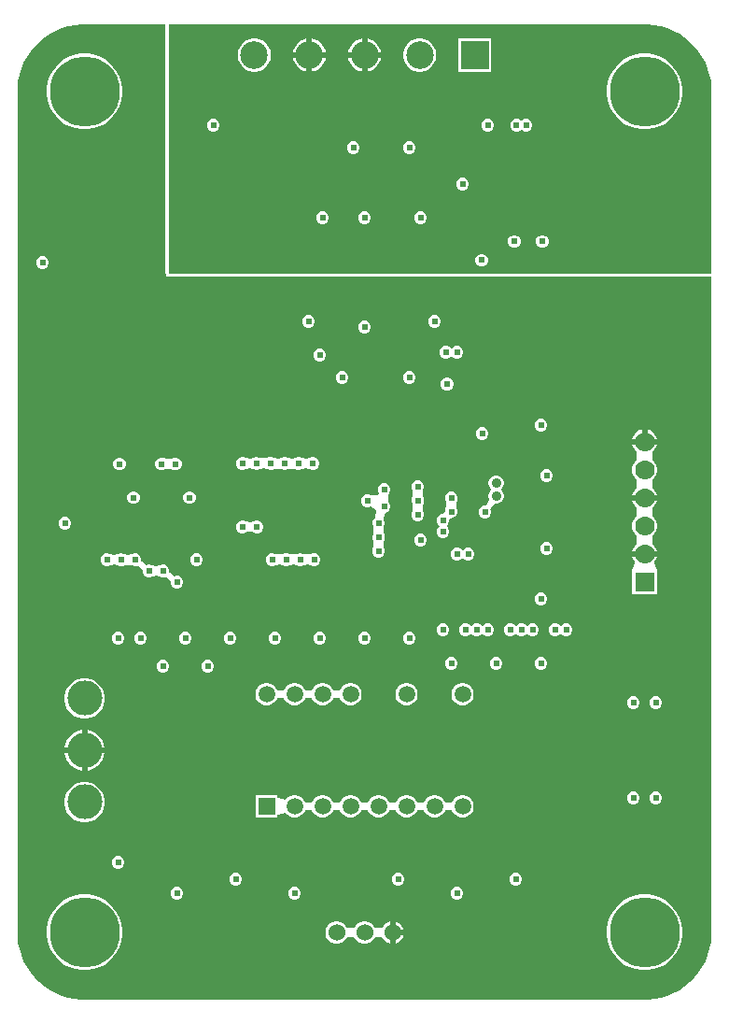
<source format=gbl>
G04*
G04 #@! TF.GenerationSoftware,Altium Limited,Altium Designer,22.4.2 (48)*
G04*
G04 Layer_Physical_Order=4*
G04 Layer_Color=16711680*
%FSLAX25Y25*%
%MOIN*%
G70*
G04*
G04 #@! TF.SameCoordinates,72E6E30A-1C0B-45E9-B78B-765FFEEE1884*
G04*
G04*
G04 #@! TF.FilePolarity,Positive*
G04*
G01*
G75*
%ADD49R,0.09843X0.09843*%
%ADD50C,0.09843*%
%ADD51C,0.12500*%
%ADD52C,0.03500*%
%ADD53C,0.05906*%
%ADD54R,0.05906X0.05906*%
%ADD55C,0.06000*%
%ADD56C,0.07000*%
%ADD57R,0.07000X0.07000*%
%ADD58C,0.25000*%
%ADD59C,0.03600*%
%ADD60C,0.02400*%
%ADD61C,0.04400*%
G36*
X228523Y348749D02*
X230834Y348290D01*
X233088Y347606D01*
X235265Y346704D01*
X237343Y345594D01*
X239302Y344285D01*
X241124Y342790D01*
X242790Y341124D01*
X244285Y339302D01*
X245594Y337343D01*
X246704Y335265D01*
X247606Y333088D01*
X248290Y330834D01*
X248749Y328523D01*
X248980Y326178D01*
Y325000D01*
Y260000D01*
X55000D01*
Y348980D01*
X226178D01*
X228523Y348749D01*
D02*
G37*
G36*
X53980Y260000D02*
X54000Y259901D01*
Y259000D01*
X54901D01*
X55000Y258980D01*
X248980D01*
Y25000D01*
Y23822D01*
X248749Y21477D01*
X248290Y19166D01*
X247606Y16912D01*
X246704Y14735D01*
X245594Y12657D01*
X244285Y10698D01*
X242790Y8876D01*
X241124Y7210D01*
X239302Y5715D01*
X237343Y4406D01*
X235265Y3296D01*
X233088Y2394D01*
X230834Y1710D01*
X228523Y1251D01*
X226178Y1020D01*
X23822D01*
X21477Y1251D01*
X19166Y1710D01*
X16912Y2394D01*
X14735Y3296D01*
X12657Y4406D01*
X10698Y5715D01*
X8876Y7210D01*
X7210Y8876D01*
X5715Y10698D01*
X4406Y12657D01*
X3296Y14735D01*
X2394Y16912D01*
X1710Y19166D01*
X1251Y21477D01*
X1020Y23822D01*
Y25000D01*
Y325000D01*
Y326178D01*
X1251Y328523D01*
X1710Y330834D01*
X2394Y333088D01*
X3296Y335265D01*
X4406Y337343D01*
X5715Y339302D01*
X7210Y341124D01*
X8876Y342790D01*
X10698Y344285D01*
X12657Y345594D01*
X14735Y346704D01*
X16912Y347606D01*
X19166Y348290D01*
X21477Y348749D01*
X23822Y348980D01*
X53980D01*
Y260000D01*
D02*
G37*
%LPC*%
G36*
X126000Y343838D02*
Y339000D01*
X130838D01*
X130694Y339727D01*
X130247Y340805D01*
X129599Y341775D01*
X128775Y342599D01*
X127805Y343247D01*
X126727Y343694D01*
X126000Y343838D01*
D02*
G37*
G36*
X106315D02*
Y339000D01*
X111153D01*
X111009Y339727D01*
X110562Y340805D01*
X109914Y341775D01*
X109090Y342599D01*
X108120Y343247D01*
X107042Y343694D01*
X106315Y343838D01*
D02*
G37*
G36*
X124000D02*
X123273Y343694D01*
X122195Y343247D01*
X121225Y342599D01*
X120401Y341775D01*
X119753Y340805D01*
X119306Y339727D01*
X119162Y339000D01*
X124000D01*
Y343838D01*
D02*
G37*
G36*
X104315D02*
X103588Y343694D01*
X102510Y343247D01*
X101540Y342599D01*
X100716Y341775D01*
X100068Y340805D01*
X99621Y339727D01*
X99477Y339000D01*
X104315D01*
Y343838D01*
D02*
G37*
G36*
X130838Y337000D02*
X126000D01*
Y332162D01*
X126727Y332306D01*
X127805Y332753D01*
X128775Y333401D01*
X129599Y334225D01*
X130247Y335195D01*
X130694Y336273D01*
X130838Y337000D01*
D02*
G37*
G36*
X111153D02*
X106315D01*
Y332162D01*
X107042Y332306D01*
X108120Y332753D01*
X109090Y333401D01*
X109914Y334225D01*
X110562Y335195D01*
X111009Y336273D01*
X111153Y337000D01*
D02*
G37*
G36*
X124000D02*
X119162D01*
X119306Y336273D01*
X119753Y335195D01*
X120401Y334225D01*
X121225Y333401D01*
X122195Y332753D01*
X123273Y332306D01*
X124000Y332162D01*
Y337000D01*
D02*
G37*
G36*
X104315D02*
X99477D01*
X99621Y336273D01*
X100068Y335195D01*
X100716Y334225D01*
X101540Y333401D01*
X102510Y332753D01*
X103588Y332306D01*
X104315Y332162D01*
Y337000D01*
D02*
G37*
G36*
X170291Y343921D02*
X158449D01*
Y332079D01*
X170291D01*
Y343921D01*
D02*
G37*
G36*
X145268D02*
X144102D01*
X142958Y343694D01*
X141880Y343247D01*
X140910Y342599D01*
X140086Y341775D01*
X139438Y340805D01*
X138991Y339727D01*
X138764Y338583D01*
Y337417D01*
X138991Y336273D01*
X139438Y335195D01*
X140086Y334225D01*
X140910Y333401D01*
X141880Y332753D01*
X142958Y332306D01*
X144102Y332079D01*
X145268D01*
X146412Y332306D01*
X147490Y332753D01*
X148460Y333401D01*
X149284Y334225D01*
X149932Y335195D01*
X150379Y336273D01*
X150606Y337417D01*
Y338583D01*
X150379Y339727D01*
X149932Y340805D01*
X149284Y341775D01*
X148460Y342599D01*
X147490Y343247D01*
X146412Y343694D01*
X145268Y343921D01*
D02*
G37*
G36*
X86213D02*
X85047D01*
X83903Y343694D01*
X82825Y343247D01*
X81855Y342599D01*
X81031Y341775D01*
X80383Y340805D01*
X79936Y339727D01*
X79709Y338583D01*
Y337417D01*
X79936Y336273D01*
X80383Y335195D01*
X81031Y334225D01*
X81855Y333401D01*
X82825Y332753D01*
X83903Y332306D01*
X85047Y332079D01*
X86213D01*
X87357Y332306D01*
X88435Y332753D01*
X89404Y333401D01*
X90229Y334225D01*
X90877Y335195D01*
X91324Y336273D01*
X91551Y337417D01*
Y338583D01*
X91324Y339727D01*
X90877Y340805D01*
X90229Y341775D01*
X89404Y342599D01*
X88435Y343247D01*
X87357Y343694D01*
X86213Y343921D01*
D02*
G37*
G36*
X183138Y315200D02*
X182262D01*
X181454Y314865D01*
X181000Y314411D01*
X180546Y314865D01*
X179738Y315200D01*
X178862D01*
X178054Y314865D01*
X177435Y314246D01*
X177100Y313438D01*
Y312562D01*
X177435Y311754D01*
X178054Y311135D01*
X178862Y310800D01*
X179738D01*
X180546Y311135D01*
X181000Y311589D01*
X181454Y311135D01*
X182262Y310800D01*
X183138D01*
X183946Y311135D01*
X184565Y311754D01*
X184900Y312562D01*
Y313438D01*
X184565Y314246D01*
X183946Y314865D01*
X183138Y315200D01*
D02*
G37*
G36*
X226062Y338500D02*
X223938D01*
X221839Y338168D01*
X219818Y337511D01*
X217924Y336546D01*
X216205Y335297D01*
X214703Y333795D01*
X213454Y332076D01*
X212489Y330182D01*
X211832Y328161D01*
X211500Y326062D01*
Y323938D01*
X211832Y321839D01*
X212489Y319818D01*
X213454Y317924D01*
X214703Y316205D01*
X216205Y314703D01*
X217924Y313454D01*
X219818Y312489D01*
X221839Y311832D01*
X223938Y311500D01*
X226062D01*
X228161Y311832D01*
X230182Y312489D01*
X232076Y313454D01*
X233795Y314703D01*
X235297Y316205D01*
X236546Y317924D01*
X237511Y319818D01*
X238168Y321839D01*
X238500Y323938D01*
Y326062D01*
X238168Y328161D01*
X237511Y330182D01*
X236546Y332076D01*
X235297Y333795D01*
X233795Y335297D01*
X232076Y336546D01*
X230182Y337511D01*
X228161Y338168D01*
X226062Y338500D01*
D02*
G37*
G36*
X169438Y315200D02*
X168562D01*
X167754Y314865D01*
X167135Y314246D01*
X166800Y313438D01*
Y312562D01*
X167135Y311754D01*
X167754Y311135D01*
X168562Y310800D01*
X169438D01*
X170246Y311135D01*
X170865Y311754D01*
X171200Y312562D01*
Y313438D01*
X170865Y314246D01*
X170246Y314865D01*
X169438Y315200D01*
D02*
G37*
G36*
X71438D02*
X70562D01*
X69754Y314865D01*
X69135Y314246D01*
X68800Y313438D01*
Y312562D01*
X69135Y311754D01*
X69754Y311135D01*
X70562Y310800D01*
X71438D01*
X72246Y311135D01*
X72865Y311754D01*
X73200Y312562D01*
Y313438D01*
X72865Y314246D01*
X72246Y314865D01*
X71438Y315200D01*
D02*
G37*
G36*
X141438Y307200D02*
X140562D01*
X139754Y306865D01*
X139135Y306246D01*
X138800Y305438D01*
Y304562D01*
X139135Y303754D01*
X139754Y303135D01*
X140562Y302800D01*
X141438D01*
X142246Y303135D01*
X142865Y303754D01*
X143200Y304562D01*
Y305438D01*
X142865Y306246D01*
X142246Y306865D01*
X141438Y307200D01*
D02*
G37*
G36*
X121438D02*
X120562D01*
X119754Y306865D01*
X119135Y306246D01*
X118800Y305438D01*
Y304562D01*
X119135Y303754D01*
X119754Y303135D01*
X120562Y302800D01*
X121438D01*
X122246Y303135D01*
X122865Y303754D01*
X123200Y304562D01*
Y305438D01*
X122865Y306246D01*
X122246Y306865D01*
X121438Y307200D01*
D02*
G37*
G36*
X160438Y294200D02*
X159562D01*
X158754Y293865D01*
X158135Y293246D01*
X157800Y292438D01*
Y291562D01*
X158135Y290754D01*
X158754Y290135D01*
X159562Y289800D01*
X160438D01*
X161246Y290135D01*
X161865Y290754D01*
X162200Y291562D01*
Y292438D01*
X161865Y293246D01*
X161246Y293865D01*
X160438Y294200D01*
D02*
G37*
G36*
X110438Y282200D02*
X109562D01*
X108754Y281865D01*
X108135Y281246D01*
X107800Y280438D01*
Y279562D01*
X108135Y278754D01*
X108754Y278135D01*
X109562Y277800D01*
X110438D01*
X111246Y278135D01*
X111865Y278754D01*
X112200Y279562D01*
Y280438D01*
X111865Y281246D01*
X111246Y281865D01*
X110438Y282200D01*
D02*
G37*
G36*
X145438Y282200D02*
X144562D01*
X143754Y281865D01*
X143135Y281246D01*
X142800Y280438D01*
Y279562D01*
X143135Y278754D01*
X143754Y278135D01*
X144562Y277800D01*
X145438D01*
X146246Y278135D01*
X146865Y278754D01*
X147200Y279562D01*
Y280438D01*
X146865Y281246D01*
X146246Y281865D01*
X145438Y282200D01*
D02*
G37*
G36*
X125438D02*
X124562D01*
X123754Y281865D01*
X123135Y281246D01*
X122800Y280438D01*
Y279562D01*
X123135Y278754D01*
X123754Y278135D01*
X124562Y277800D01*
X125438D01*
X126246Y278135D01*
X126865Y278754D01*
X127200Y279562D01*
Y280438D01*
X126865Y281246D01*
X126246Y281865D01*
X125438Y282200D01*
D02*
G37*
G36*
X188938Y273779D02*
X188062D01*
X187254Y273444D01*
X186635Y272825D01*
X186300Y272016D01*
Y271141D01*
X186635Y270333D01*
X187254Y269714D01*
X188062Y269379D01*
X188938D01*
X189746Y269714D01*
X190365Y270333D01*
X190700Y271141D01*
Y272016D01*
X190365Y272825D01*
X189746Y273444D01*
X188938Y273779D01*
D02*
G37*
G36*
X178938D02*
X178062D01*
X177254Y273444D01*
X176635Y272825D01*
X176300Y272016D01*
Y271141D01*
X176635Y270333D01*
X177254Y269714D01*
X178062Y269379D01*
X178938D01*
X179746Y269714D01*
X180365Y270333D01*
X180700Y271141D01*
Y272016D01*
X180365Y272825D01*
X179746Y273444D01*
X178938Y273779D01*
D02*
G37*
G36*
X167237Y267078D02*
X166362D01*
X165553Y266743D01*
X164934Y266124D01*
X164599Y265316D01*
Y264440D01*
X164934Y263632D01*
X165553Y263013D01*
X166362Y262678D01*
X167237D01*
X168045Y263013D01*
X168664Y263632D01*
X168999Y264440D01*
Y265316D01*
X168664Y266124D01*
X168045Y266743D01*
X167237Y267078D01*
D02*
G37*
G36*
X26063Y338500D02*
X23937D01*
X21839Y338168D01*
X19818Y337511D01*
X17924Y336546D01*
X16205Y335297D01*
X14703Y333795D01*
X13454Y332076D01*
X12489Y330182D01*
X11832Y328161D01*
X11500Y326062D01*
Y323938D01*
X11832Y321839D01*
X12489Y319818D01*
X13454Y317924D01*
X14703Y316205D01*
X16205Y314703D01*
X17924Y313454D01*
X19818Y312489D01*
X21839Y311832D01*
X23937Y311500D01*
X26063D01*
X28161Y311832D01*
X30182Y312489D01*
X32076Y313454D01*
X33795Y314703D01*
X35297Y316205D01*
X36546Y317924D01*
X37511Y319818D01*
X38168Y321839D01*
X38500Y323938D01*
Y326062D01*
X38168Y328161D01*
X37511Y330182D01*
X36546Y332076D01*
X35297Y333795D01*
X33795Y335297D01*
X32076Y336546D01*
X30182Y337511D01*
X28161Y338168D01*
X26063Y338500D01*
D02*
G37*
G36*
X10438Y266200D02*
X9562D01*
X8754Y265865D01*
X8135Y265246D01*
X7800Y264438D01*
Y263562D01*
X8135Y262754D01*
X8754Y262135D01*
X9562Y261800D01*
X10438D01*
X11246Y262135D01*
X11865Y262754D01*
X12200Y263562D01*
Y264438D01*
X11865Y265246D01*
X11246Y265865D01*
X10438Y266200D01*
D02*
G37*
G36*
X105438Y245200D02*
X104562D01*
X103754Y244865D01*
X103135Y244246D01*
X102800Y243438D01*
Y242562D01*
X103135Y241754D01*
X103754Y241135D01*
X104562Y240800D01*
X105438D01*
X106246Y241135D01*
X106865Y241754D01*
X107200Y242562D01*
Y243438D01*
X106865Y244246D01*
X106246Y244865D01*
X105438Y245200D01*
D02*
G37*
G36*
X150438Y245200D02*
X149562D01*
X148754Y244865D01*
X148135Y244246D01*
X147800Y243438D01*
Y242562D01*
X148135Y241754D01*
X148754Y241135D01*
X149562Y240800D01*
X150438D01*
X151246Y241135D01*
X151865Y241754D01*
X152200Y242562D01*
Y243438D01*
X151865Y244246D01*
X151246Y244865D01*
X150438Y245200D01*
D02*
G37*
G36*
X125438Y243200D02*
X124562D01*
X123754Y242865D01*
X123135Y242246D01*
X122800Y241438D01*
Y240562D01*
X123135Y239754D01*
X123754Y239135D01*
X124562Y238800D01*
X125438D01*
X126246Y239135D01*
X126865Y239754D01*
X127200Y240562D01*
Y241438D01*
X126865Y242246D01*
X126246Y242865D01*
X125438Y243200D01*
D02*
G37*
G36*
X158438Y234200D02*
X158438Y234200D01*
X157562D01*
X156754Y233865D01*
X156000Y233340D01*
X155246Y233865D01*
X154438Y234200D01*
X153562D01*
X153562Y234200D01*
X153555Y234197D01*
X152754Y233865D01*
X152135Y233246D01*
X151800Y232438D01*
Y231562D01*
X152135Y230754D01*
X152754Y230135D01*
X153555Y229803D01*
X153562Y229800D01*
X153562Y229800D01*
X154438D01*
X155246Y230135D01*
X156000Y230660D01*
X156754Y230135D01*
X157562Y229800D01*
X158438D01*
X158438Y229800D01*
X158445Y229803D01*
X159246Y230135D01*
X159865Y230754D01*
X160200Y231562D01*
Y232438D01*
X159865Y233246D01*
X159246Y233865D01*
X158445Y234197D01*
X158438Y234200D01*
D02*
G37*
G36*
X109438Y233200D02*
X108562D01*
X107754Y232865D01*
X107135Y232246D01*
X106800Y231438D01*
Y230562D01*
X107135Y229754D01*
X107754Y229135D01*
X108562Y228800D01*
X109438D01*
X110246Y229135D01*
X110865Y229754D01*
X111200Y230562D01*
Y231438D01*
X110865Y232246D01*
X110246Y232865D01*
X109438Y233200D01*
D02*
G37*
G36*
X141438Y225200D02*
X140562D01*
X139754Y224865D01*
X139135Y224246D01*
X138800Y223438D01*
Y222562D01*
X139135Y221754D01*
X139754Y221135D01*
X140562Y220800D01*
X141438D01*
X142246Y221135D01*
X142865Y221754D01*
X143200Y222562D01*
Y223438D01*
X142865Y224246D01*
X142246Y224865D01*
X141438Y225200D01*
D02*
G37*
G36*
X117438D02*
X116562D01*
X115754Y224865D01*
X115135Y224246D01*
X114800Y223438D01*
Y222562D01*
X115135Y221754D01*
X115754Y221135D01*
X116562Y220800D01*
X117438D01*
X118246Y221135D01*
X118865Y221754D01*
X119200Y222562D01*
Y223438D01*
X118865Y224246D01*
X118246Y224865D01*
X117438Y225200D01*
D02*
G37*
G36*
X154919Y222863D02*
X154043D01*
X153235Y222528D01*
X152616Y221909D01*
X152281Y221100D01*
Y220225D01*
X152616Y219416D01*
X153235Y218797D01*
X154043Y218463D01*
X154919D01*
X155727Y218797D01*
X156346Y219416D01*
X156681Y220225D01*
Y221100D01*
X156346Y221909D01*
X155727Y222528D01*
X154919Y222863D01*
D02*
G37*
G36*
X188438Y208200D02*
X187562D01*
X186754Y207865D01*
X186135Y207246D01*
X185800Y206438D01*
Y205562D01*
X186135Y204754D01*
X186754Y204135D01*
X187562Y203800D01*
X188438D01*
X189246Y204135D01*
X189865Y204754D01*
X190200Y205562D01*
Y206438D01*
X189865Y207246D01*
X189246Y207865D01*
X188438Y208200D01*
D02*
G37*
G36*
X226000Y204391D02*
Y201000D01*
X229391D01*
X229193Y201737D01*
X228601Y202763D01*
X227763Y203601D01*
X226737Y204193D01*
X226000Y204391D01*
D02*
G37*
G36*
X224000D02*
X223263Y204193D01*
X222237Y203601D01*
X221399Y202763D01*
X220807Y201737D01*
X220609Y201000D01*
X224000D01*
Y204391D01*
D02*
G37*
G36*
X167438Y205200D02*
X166562D01*
X165754Y204865D01*
X165135Y204246D01*
X164800Y203438D01*
Y202562D01*
X165135Y201754D01*
X165754Y201135D01*
X166562Y200800D01*
X167438D01*
X168246Y201135D01*
X168865Y201754D01*
X169200Y202562D01*
Y203438D01*
X168865Y204246D01*
X168246Y204865D01*
X167438Y205200D01*
D02*
G37*
G36*
X86062Y194519D02*
X85557Y194309D01*
X85557D01*
X85165Y194176D01*
X84000Y194077D01*
X82835Y194176D01*
X82443Y194309D01*
X81938Y194519D01*
X81062D01*
X80254Y194184D01*
X79635Y193565D01*
X79300Y192756D01*
Y191881D01*
X79635Y191073D01*
X80254Y190454D01*
X81062Y190119D01*
X81938D01*
X82443Y190328D01*
X82835Y190461D01*
X84000Y190561D01*
X85165Y190461D01*
X85557Y190328D01*
X86062Y190119D01*
X86938D01*
X87443Y190328D01*
X87835Y190461D01*
X89000Y190561D01*
X90165Y190461D01*
X90557Y190328D01*
X90557D01*
X91062Y190119D01*
X91062Y190119D01*
X91938Y190119D01*
X93068Y190364D01*
X93579Y190394D01*
X94397Y190363D01*
X95836Y190202D01*
X96062Y190119D01*
X96938Y190119D01*
X96938Y190119D01*
X97401Y190311D01*
X98138Y190410D01*
X98569Y190461D01*
X100130Y190461D01*
X101062Y190119D01*
X101938Y190119D01*
X101938Y190119D01*
X102443Y190328D01*
X102443D01*
X102835Y190461D01*
X104000Y190561D01*
X105165Y190461D01*
X105557Y190328D01*
X106062Y190119D01*
X106938D01*
X107746Y190454D01*
X108365Y191073D01*
X108700Y191881D01*
Y192756D01*
X108365Y193565D01*
X107746Y194184D01*
X106938Y194519D01*
X106062D01*
X105557Y194309D01*
X105165Y194176D01*
X104000Y194077D01*
X102835Y194176D01*
X102443Y194309D01*
X101938Y194519D01*
X101062D01*
X100557Y194309D01*
X100165Y194176D01*
X99000Y194077D01*
X97835Y194176D01*
X97443Y194309D01*
X96938Y194519D01*
X96062D01*
X95557Y194309D01*
X95165Y194176D01*
X94000Y194077D01*
X92835Y194176D01*
X92443Y194309D01*
X92443D01*
X91938Y194519D01*
X91938Y194519D01*
X91062Y194519D01*
X89932Y194273D01*
X89421Y194244D01*
X88603Y194275D01*
X87164Y194436D01*
X86938Y194519D01*
X86062Y194519D01*
X86062Y194519D01*
D02*
G37*
G36*
X37938Y194322D02*
X37062D01*
X36254Y193987D01*
X35635Y193368D01*
X35300Y192560D01*
Y191684D01*
X35635Y190876D01*
X36254Y190257D01*
X37062Y189922D01*
X37938D01*
X38746Y190257D01*
X39365Y190876D01*
X39700Y191684D01*
Y192560D01*
X39365Y193368D01*
X38746Y193987D01*
X37938Y194322D01*
D02*
G37*
G36*
X52062Y194322D02*
X51254Y193987D01*
X50635Y193368D01*
X50300Y192560D01*
Y191684D01*
X50635Y190876D01*
X51091Y190419D01*
X51254Y190257D01*
X51254D01*
X52062Y189922D01*
X52062Y189922D01*
X52938Y189922D01*
X54068Y190167D01*
X54579Y190197D01*
X55397Y190166D01*
X56836Y190005D01*
X57062Y189922D01*
X57938Y189922D01*
X57938Y189922D01*
X58746Y190257D01*
X59365Y190876D01*
X59700Y191684D01*
Y192560D01*
X59365Y193368D01*
X58908Y193825D01*
X58746Y193987D01*
X58746D01*
X57938Y194322D01*
X57938Y194322D01*
X57062Y194322D01*
X55932Y194077D01*
X55421Y194047D01*
X54603Y194078D01*
X53164Y194239D01*
X52938Y194322D01*
X52062Y194322D01*
X52062Y194322D01*
D02*
G37*
G36*
X190438Y190200D02*
X189562D01*
X188754Y189865D01*
X188135Y189246D01*
X187800Y188438D01*
Y187562D01*
X188135Y186754D01*
X188754Y186135D01*
X189562Y185800D01*
X190438D01*
X191246Y186135D01*
X191865Y186754D01*
X192200Y187562D01*
Y188438D01*
X191865Y189246D01*
X191246Y189865D01*
X190438Y190200D01*
D02*
G37*
G36*
X229391Y199000D02*
X225000D01*
X220609D01*
X220807Y198263D01*
X221399Y197237D01*
X222237Y196399D01*
X222253Y196390D01*
Y193610D01*
X222237Y193601D01*
X221399Y192763D01*
X220807Y191737D01*
X220500Y190592D01*
Y189408D01*
X220807Y188263D01*
X221399Y187237D01*
X222237Y186399D01*
X222253Y186390D01*
Y183610D01*
X222237Y183601D01*
X221399Y182763D01*
X220807Y181737D01*
X220609Y181000D01*
X225000D01*
X229391D01*
X229193Y181737D01*
X228601Y182763D01*
X227763Y183601D01*
X227747Y183610D01*
Y186390D01*
X227763Y186399D01*
X228601Y187237D01*
X229193Y188263D01*
X229500Y189408D01*
Y190592D01*
X229193Y191737D01*
X228601Y192763D01*
X227763Y193601D01*
X227747Y193610D01*
Y196390D01*
X227763Y196399D01*
X228601Y197237D01*
X229193Y198263D01*
X229391Y199000D01*
D02*
G37*
G36*
X131562Y185200D02*
X131555Y185197D01*
X130754Y184865D01*
X130135Y184246D01*
X129800Y183438D01*
Y182562D01*
X130135Y181754D01*
X129547Y180949D01*
X127246Y180865D01*
X126438Y181200D01*
X125562D01*
X125562Y181200D01*
X125557Y181198D01*
X124754Y180865D01*
X124135Y180246D01*
X123803Y179445D01*
X123800Y179438D01*
X123800Y179438D01*
Y178562D01*
X124135Y177754D01*
X124748Y177140D01*
X124754Y177135D01*
X124754D01*
X124761Y177132D01*
X125562Y176800D01*
X126438D01*
X127246Y177135D01*
X127246D01*
X129136Y175586D01*
X129213Y175469D01*
X128754Y172865D01*
X128135Y172246D01*
X128135Y172246D01*
X127800Y171438D01*
Y170562D01*
X128009Y170057D01*
X128142Y169665D01*
X128242Y168500D01*
X128142Y167335D01*
X128009Y166943D01*
Y166943D01*
X127800Y166438D01*
X127800Y166438D01*
X127800Y165562D01*
X128045Y164432D01*
X128075Y163921D01*
X128044Y163103D01*
X127883Y161664D01*
X127800Y161438D01*
X127800Y160562D01*
X127800Y160562D01*
X128135Y159754D01*
X128754Y159135D01*
X129562Y158800D01*
X130438D01*
X131246Y159135D01*
X131703Y159591D01*
X131865Y159754D01*
Y159754D01*
X132200Y160562D01*
X132200Y160562D01*
X132200Y161438D01*
X131955Y162568D01*
X131925Y163079D01*
X131956Y163897D01*
X132117Y165336D01*
X132200Y165562D01*
X132200Y166438D01*
X132200Y166438D01*
X132008Y166901D01*
X131908Y167639D01*
X131858Y168069D01*
X131858Y169630D01*
X132200Y170562D01*
X132200Y171438D01*
X132200Y171438D01*
X131865Y172246D01*
X131811Y172300D01*
X132280Y174172D01*
X132280D01*
X132302Y174260D01*
X132511Y174801D01*
X133246Y175135D01*
X133246Y175135D01*
X133860Y175748D01*
X133860Y175748D01*
X133865Y175754D01*
Y175754D01*
X134200Y176562D01*
Y177438D01*
X134200Y177438D01*
X134198Y177444D01*
X133865Y178246D01*
Y178246D01*
X133861Y178251D01*
X133555Y178557D01*
X133382Y180000D01*
X133555Y181443D01*
X133860Y181748D01*
X133865Y181754D01*
Y181754D01*
X134197Y182555D01*
X134200Y182562D01*
X134200Y182562D01*
Y183438D01*
X133868Y184239D01*
X133865Y184246D01*
Y184246D01*
X133861Y184251D01*
X133246Y184865D01*
X133246Y184865D01*
X133239Y184868D01*
X132438Y185200D01*
X131562D01*
X131562Y185200D01*
D02*
G37*
G36*
X62938Y182322D02*
X62062D01*
X61254Y181987D01*
X60635Y181368D01*
X60300Y180560D01*
Y179684D01*
X60635Y178876D01*
X61254Y178257D01*
X62062Y177922D01*
X62938D01*
X63746Y178257D01*
X64365Y178876D01*
X64700Y179684D01*
Y180560D01*
X64365Y181368D01*
X63746Y181987D01*
X62938Y182322D01*
D02*
G37*
G36*
X42938D02*
X42062D01*
X41254Y181987D01*
X40635Y181368D01*
X40300Y180560D01*
Y179684D01*
X40635Y178876D01*
X41254Y178257D01*
X42062Y177922D01*
X42938D01*
X43746Y178257D01*
X44365Y178876D01*
X44700Y179684D01*
Y180560D01*
X44365Y181368D01*
X43746Y181987D01*
X42938Y182322D01*
D02*
G37*
G36*
X172362Y188000D02*
X171638D01*
X170939Y187813D01*
X170311Y187451D01*
X169799Y186939D01*
X169437Y186311D01*
X169250Y185612D01*
Y184888D01*
X169437Y184188D01*
X169799Y183562D01*
X170270Y183000D01*
X169799Y182439D01*
X169437Y181811D01*
X169250Y181112D01*
Y180388D01*
X169437Y179689D01*
X169587Y179430D01*
X168857Y178013D01*
X168125Y177200D01*
X167562Y177200D01*
X166754Y176865D01*
X166135Y176246D01*
X165800Y175438D01*
Y174562D01*
X166132Y173761D01*
X166135Y173754D01*
X166135Y173754D01*
X166754Y173135D01*
X167562Y172800D01*
X167562Y172800D01*
X168438D01*
X168438Y172800D01*
X168445Y172803D01*
X169239Y173132D01*
X169246Y173135D01*
X169246Y173135D01*
X169865Y173754D01*
X170200Y174562D01*
Y175438D01*
X170200Y175438D01*
X170198Y175443D01*
X169973Y175985D01*
X170079Y176225D01*
X170490Y176864D01*
X171639Y178000D01*
X172362D01*
X173062Y178187D01*
X173688Y178550D01*
X174200Y179061D01*
X174563Y179689D01*
X174750Y180388D01*
Y181112D01*
X174563Y181811D01*
X174200Y182439D01*
X173730Y183000D01*
X174201Y183562D01*
X174563Y184188D01*
X174750Y184888D01*
Y185612D01*
X174563Y186311D01*
X174200Y186939D01*
X173688Y187451D01*
X173062Y187813D01*
X172362Y188000D01*
D02*
G37*
G36*
X144438Y186200D02*
X143562D01*
X142754Y185865D01*
X142297Y185408D01*
X142135Y185246D01*
Y185246D01*
X141800Y184438D01*
X141800Y184438D01*
X141800Y183562D01*
X142045Y182432D01*
X142075Y181921D01*
X142044Y181103D01*
X141883Y179664D01*
X141800Y179438D01*
X141800Y178562D01*
X141800Y178562D01*
X141992Y178099D01*
X142092Y177362D01*
X142142Y176931D01*
X142142Y175370D01*
X141800Y174438D01*
X141800Y173562D01*
X141800Y173562D01*
X142135Y172754D01*
X142754Y172135D01*
X143562Y171800D01*
X144438D01*
X145246Y172135D01*
X145800Y172689D01*
X145865Y172754D01*
Y172754D01*
X146200Y173562D01*
X146200Y173563D01*
X146200Y174438D01*
X145965Y175510D01*
X145937Y176420D01*
X145953Y176841D01*
X146104Y178301D01*
X146200Y178562D01*
X146200Y179438D01*
X146200Y179438D01*
X146008Y179901D01*
X145908Y180639D01*
X145858Y181069D01*
X145858Y182630D01*
X146200Y183562D01*
X146200Y184438D01*
X146200Y184438D01*
X145865Y185246D01*
X145246Y185865D01*
X144438Y186200D01*
D02*
G37*
G36*
X86938Y171881D02*
X86062D01*
X85557Y171672D01*
X85165Y171539D01*
X84000Y171439D01*
X82835Y171539D01*
X82443Y171672D01*
X81938Y171881D01*
X81062D01*
X80254Y171546D01*
X79635Y170927D01*
X79300Y170119D01*
Y169244D01*
X79635Y168435D01*
X80254Y167816D01*
X81062Y167481D01*
X81938D01*
X82443Y167691D01*
X82835Y167824D01*
X84000Y167923D01*
X85165Y167824D01*
X85557Y167691D01*
X86062Y167481D01*
X86938D01*
X87746Y167816D01*
X88365Y168435D01*
X88700Y169244D01*
Y170119D01*
X88365Y170927D01*
X87746Y171546D01*
X86938Y171881D01*
D02*
G37*
G36*
X18438Y173200D02*
X17562D01*
X16754Y172865D01*
X16135Y172246D01*
X15800Y171438D01*
Y170562D01*
X16135Y169754D01*
X16754Y169135D01*
X17562Y168800D01*
X18438D01*
X19246Y169135D01*
X19865Y169754D01*
X20200Y170562D01*
Y171438D01*
X19865Y172246D01*
X19246Y172865D01*
X18438Y173200D01*
D02*
G37*
G36*
X156438Y182200D02*
X155562D01*
X154754Y181865D01*
X154135Y181246D01*
X153800Y180438D01*
X153800Y180438D01*
X153800Y179562D01*
X154141Y178640D01*
X154141Y177202D01*
X153953Y175830D01*
X153800Y175460D01*
X153524Y174499D01*
X152562Y174200D01*
X151754Y173865D01*
X151754Y173865D01*
X151135Y173246D01*
X151135Y173246D01*
X150800Y172438D01*
X150800Y172438D01*
Y171563D01*
X150800Y171562D01*
X151135Y170754D01*
X151660Y170000D01*
X151135Y169246D01*
X150800Y168438D01*
Y167562D01*
X150800Y167562D01*
X150803Y167555D01*
X151135Y166754D01*
X151748Y166140D01*
X151754Y166135D01*
X151754D01*
X152555Y165803D01*
X152562Y165800D01*
X152562Y165800D01*
X153438D01*
X154246Y166135D01*
X154246D01*
X154252Y166140D01*
X154865Y166754D01*
X154865Y166754D01*
X155200Y167562D01*
X155200Y167562D01*
Y168438D01*
X155200Y168438D01*
X154865Y169246D01*
X154340Y170000D01*
X154865Y170754D01*
X155200Y171562D01*
X155476Y172524D01*
X156438Y172823D01*
X157246Y173158D01*
X157865Y173777D01*
X157865Y173777D01*
X157868Y173784D01*
X158200Y174585D01*
Y175460D01*
X157999Y175947D01*
X157859Y176354D01*
X157771Y177511D01*
X157859Y178669D01*
X157999Y179076D01*
X158200Y179562D01*
Y180438D01*
X157865Y181246D01*
X157246Y181865D01*
X156438Y182200D01*
D02*
G37*
G36*
X145438Y167200D02*
X144562D01*
X143754Y166865D01*
X143135Y166246D01*
X142800Y165438D01*
Y164562D01*
X143135Y163754D01*
X143754Y163135D01*
X144562Y162800D01*
X145438D01*
X146246Y163135D01*
X146865Y163754D01*
X147200Y164562D01*
Y165438D01*
X146865Y166246D01*
X146246Y166865D01*
X145438Y167200D01*
D02*
G37*
G36*
X162438Y162200D02*
X162438Y162200D01*
X161562D01*
X160754Y161865D01*
X160000Y161340D01*
X159246Y161865D01*
X158438Y162200D01*
X157562D01*
X157562Y162200D01*
X157555Y162197D01*
X156754Y161865D01*
X156135Y161246D01*
X155800Y160438D01*
Y159562D01*
X156135Y158754D01*
X156754Y158135D01*
X157555Y157803D01*
X157562Y157800D01*
X157562Y157800D01*
X158438D01*
X159246Y158135D01*
X160000Y158660D01*
X160754Y158135D01*
X161562Y157800D01*
X162438D01*
X162438Y157800D01*
X162445Y157803D01*
X163246Y158135D01*
X163865Y158754D01*
X164200Y159562D01*
Y160438D01*
X163865Y161246D01*
X163246Y161865D01*
X162445Y162197D01*
X162438Y162200D01*
D02*
G37*
G36*
X229391Y179000D02*
X225000D01*
X220609D01*
X220807Y178263D01*
X221399Y177237D01*
X222237Y176399D01*
X222253Y176390D01*
Y173610D01*
X222237Y173601D01*
X221399Y172763D01*
X220807Y171737D01*
X220500Y170592D01*
Y169408D01*
X220807Y168263D01*
X221399Y167237D01*
X222237Y166399D01*
X222253Y166390D01*
Y163610D01*
X222237Y163601D01*
X221399Y162763D01*
X220807Y161737D01*
X220609Y161000D01*
X225000D01*
X229391D01*
X229193Y161737D01*
X228601Y162763D01*
X227763Y163601D01*
X227747Y163610D01*
Y166390D01*
X227763Y166399D01*
X228601Y167237D01*
X229193Y168263D01*
X229500Y169408D01*
Y170592D01*
X229193Y171737D01*
X228601Y172763D01*
X227763Y173601D01*
X227747Y173610D01*
Y176390D01*
X227763Y176399D01*
X228601Y177237D01*
X229193Y178263D01*
X229391Y179000D01*
D02*
G37*
G36*
X97438Y160200D02*
X97438Y160200D01*
X96562D01*
X96562Y160200D01*
X95432Y159955D01*
X94921Y159925D01*
X94103Y159956D01*
X92664Y160117D01*
X92438Y160200D01*
X91562Y160200D01*
X91562Y160200D01*
X90754Y159865D01*
X90135Y159246D01*
X89800Y158438D01*
Y157562D01*
X90135Y156754D01*
X90754Y156135D01*
X91562Y155800D01*
X92438D01*
X92943Y156009D01*
X93335Y156142D01*
X94500Y156242D01*
X95665Y156142D01*
X96057Y156009D01*
X96562Y155800D01*
X97438D01*
X97943Y156009D01*
X98335Y156142D01*
X99500Y156242D01*
X100665Y156142D01*
X101057Y156009D01*
X101562Y155800D01*
X102438D01*
X102943Y156009D01*
X103335Y156142D01*
X104500Y156242D01*
X105665Y156142D01*
X106057Y156009D01*
X106562Y155800D01*
X107438D01*
X108246Y156135D01*
X108865Y156754D01*
X109200Y157562D01*
Y158438D01*
X108865Y159246D01*
X108408Y159703D01*
X108246Y159865D01*
X108246D01*
X107438Y160200D01*
X107438Y160200D01*
X106562Y160200D01*
X105432Y159955D01*
X104921Y159925D01*
X104103Y159956D01*
X102664Y160117D01*
X102438Y160200D01*
X101562Y160200D01*
X101562Y160200D01*
X101099Y160008D01*
X100362Y159908D01*
X99931Y159857D01*
X98419Y159857D01*
X98362Y159861D01*
X97438Y160200D01*
D02*
G37*
G36*
X190438Y164200D02*
X189562D01*
X188754Y163865D01*
X188135Y163246D01*
X187800Y162438D01*
Y161562D01*
X188135Y160754D01*
X188754Y160135D01*
X189562Y159800D01*
X190438D01*
X191246Y160135D01*
X191865Y160754D01*
X192200Y161562D01*
Y162438D01*
X191865Y163246D01*
X191246Y163865D01*
X190438Y164200D01*
D02*
G37*
G36*
X43438Y160200D02*
X42562D01*
X42057Y159991D01*
X41665Y159857D01*
X40500Y159758D01*
X39335Y159857D01*
X38943Y159991D01*
X38438Y160200D01*
X37562D01*
X37057Y159991D01*
X36665Y159857D01*
X35500Y159758D01*
X34335Y159857D01*
X33943Y159991D01*
X33438Y160200D01*
X32562D01*
X31754Y159865D01*
X31135Y159246D01*
X30800Y158438D01*
Y157562D01*
X31135Y156754D01*
X31754Y156135D01*
X32562Y155800D01*
X33438D01*
X33943Y156009D01*
X34335Y156142D01*
X35500Y156242D01*
X36665Y156142D01*
X37057Y156009D01*
X37057D01*
X37562Y155800D01*
X37563Y155800D01*
X38438Y155800D01*
X39568Y156045D01*
X40080Y156075D01*
X40897Y156044D01*
X42336Y155883D01*
X42562Y155800D01*
X43323Y155800D01*
X44096Y155635D01*
X45477Y154665D01*
X45800Y154279D01*
X45800Y154085D01*
Y153562D01*
X46135Y152754D01*
X46754Y152135D01*
X47562Y151800D01*
X48438D01*
X48943Y152009D01*
X49335Y152143D01*
X50500Y152242D01*
X51665Y152143D01*
X52057Y152009D01*
X52562Y151800D01*
X53438D01*
X53704Y151910D01*
X55477Y150665D01*
X55800Y150278D01*
X55800Y150085D01*
Y149562D01*
X56135Y148754D01*
X56754Y148135D01*
X57562Y147800D01*
X58438D01*
X59246Y148135D01*
X59865Y148754D01*
X60200Y149562D01*
Y150438D01*
X59865Y151246D01*
X59246Y151865D01*
X58438Y152200D01*
X57562D01*
X57296Y152090D01*
X55523Y153335D01*
X55200Y153721D01*
X55200Y153915D01*
Y154438D01*
X54865Y155246D01*
X54246Y155865D01*
X53438Y156200D01*
X52562D01*
X52057Y155991D01*
X51665Y155858D01*
X50500Y155758D01*
X49335Y155858D01*
X48943Y155991D01*
X48438Y156200D01*
X47562D01*
X47296Y156090D01*
X45523Y157335D01*
X45200Y157721D01*
X45200Y157915D01*
Y158438D01*
X44865Y159246D01*
X44246Y159865D01*
X43438Y160200D01*
D02*
G37*
G36*
X65438D02*
X64562D01*
X63754Y159865D01*
X63135Y159246D01*
X62800Y158438D01*
Y157562D01*
X63135Y156754D01*
X63754Y156135D01*
X64562Y155800D01*
X65438D01*
X66246Y156135D01*
X66865Y156754D01*
X67200Y157562D01*
Y158438D01*
X66865Y159246D01*
X66246Y159865D01*
X65438Y160200D01*
D02*
G37*
G36*
X229391Y159000D02*
X225000D01*
X220609D01*
X220807Y158263D01*
X221399Y157237D01*
X221636Y157000D01*
X220789Y154508D01*
X220783Y154500D01*
X220500D01*
Y145500D01*
X229500D01*
Y154500D01*
X229217D01*
X229211Y154508D01*
X228364Y157000D01*
X228601Y157237D01*
X229193Y158263D01*
X229391Y159000D01*
D02*
G37*
G36*
X188438Y146200D02*
X187562D01*
X186754Y145865D01*
X186135Y145246D01*
X185800Y144438D01*
Y143562D01*
X186135Y142754D01*
X186754Y142135D01*
X187562Y141800D01*
X188438D01*
X189246Y142135D01*
X189865Y142754D01*
X190200Y143562D01*
Y144438D01*
X189865Y145246D01*
X189246Y145865D01*
X188438Y146200D01*
D02*
G37*
G36*
X197438Y135200D02*
X197438Y135200D01*
X196562D01*
X195754Y134865D01*
X195000Y134340D01*
X194246Y134865D01*
X193438Y135200D01*
X192562D01*
X192562Y135200D01*
X192555Y135197D01*
X191754Y134865D01*
X191135Y134246D01*
X190800Y133438D01*
Y132562D01*
X191135Y131754D01*
X191754Y131135D01*
X192555Y130803D01*
X192562Y130800D01*
X192562Y130800D01*
X193438D01*
X194246Y131135D01*
X195000Y131660D01*
X195754Y131135D01*
X196562Y130800D01*
X197438D01*
X197438Y130800D01*
X197445Y130803D01*
X198246Y131135D01*
X198865Y131754D01*
X199200Y132562D01*
Y133438D01*
X198865Y134246D01*
X198246Y134865D01*
X197445Y135197D01*
X197438Y135200D01*
D02*
G37*
G36*
X185438D02*
X185438Y135200D01*
X184562D01*
X183754Y134865D01*
X183000Y134340D01*
X182246Y134865D01*
X181445Y135197D01*
X181438Y135200D01*
X181438Y135200D01*
X180562D01*
X180562Y135200D01*
X180555Y135197D01*
X179754Y134865D01*
X179000Y134340D01*
X178246Y134865D01*
X177438Y135200D01*
X176562D01*
X176562Y135200D01*
X176555Y135197D01*
X175754Y134865D01*
X175135Y134246D01*
X174800Y133438D01*
Y132562D01*
X175135Y131754D01*
X175754Y131135D01*
X176555Y130803D01*
X176562Y130800D01*
X176562Y130800D01*
X177438D01*
X178246Y131135D01*
X179000Y131660D01*
X179754Y131135D01*
X180555Y130803D01*
X180562Y130800D01*
X180562Y130800D01*
X181438D01*
X181438Y130800D01*
X181445Y130803D01*
X182246Y131135D01*
X183000Y131660D01*
X183754Y131135D01*
X184562Y130800D01*
X185438D01*
X185438Y130800D01*
X185445Y130803D01*
X186246Y131135D01*
X186865Y131754D01*
X187200Y132562D01*
Y133438D01*
X186865Y134246D01*
X186246Y134865D01*
X185445Y135197D01*
X185438Y135200D01*
D02*
G37*
G36*
X169438D02*
X169438Y135200D01*
X168562D01*
X167754Y134865D01*
X167000Y134340D01*
X166246Y134865D01*
X165445Y135197D01*
X165438Y135200D01*
X165438Y135200D01*
X164562D01*
X164562Y135200D01*
X164555Y135197D01*
X163754Y134865D01*
X163000Y134340D01*
X162246Y134865D01*
X161438Y135200D01*
X160562D01*
X160562Y135200D01*
X160555Y135197D01*
X159754Y134865D01*
X159135Y134246D01*
X158800Y133438D01*
Y132562D01*
X159135Y131754D01*
X159754Y131135D01*
X160555Y130803D01*
X160562Y130800D01*
X160562Y130800D01*
X161438D01*
X162246Y131135D01*
X163000Y131660D01*
X163754Y131135D01*
X164555Y130803D01*
X164562Y130800D01*
X164562Y130800D01*
X165438D01*
X165438Y130800D01*
X165445Y130803D01*
X166246Y131135D01*
X167000Y131660D01*
X167754Y131135D01*
X168562Y130800D01*
X169438D01*
X169438Y130800D01*
X169445Y130803D01*
X170246Y131135D01*
X170865Y131754D01*
X171200Y132562D01*
Y133438D01*
X170865Y134246D01*
X170246Y134865D01*
X169445Y135197D01*
X169438Y135200D01*
D02*
G37*
G36*
X153438Y135200D02*
X152562D01*
X151754Y134865D01*
X151135Y134246D01*
X150800Y133438D01*
Y132562D01*
X151135Y131754D01*
X151754Y131135D01*
X152562Y130800D01*
X153438D01*
X154246Y131135D01*
X154865Y131754D01*
X155200Y132562D01*
Y133438D01*
X154865Y134246D01*
X154246Y134865D01*
X153438Y135200D01*
D02*
G37*
G36*
X141438Y132200D02*
X140562D01*
X139754Y131865D01*
X139135Y131246D01*
X138800Y130438D01*
Y129562D01*
X139135Y128754D01*
X139754Y128135D01*
X140562Y127800D01*
X141438D01*
X142246Y128135D01*
X142865Y128754D01*
X143200Y129562D01*
Y130438D01*
X142865Y131246D01*
X142246Y131865D01*
X141438Y132200D01*
D02*
G37*
G36*
X125438D02*
X124562D01*
X123754Y131865D01*
X123135Y131246D01*
X122800Y130438D01*
Y129562D01*
X123135Y128754D01*
X123754Y128135D01*
X124562Y127800D01*
X125438D01*
X126246Y128135D01*
X126865Y128754D01*
X127200Y129562D01*
Y130438D01*
X126865Y131246D01*
X126246Y131865D01*
X125438Y132200D01*
D02*
G37*
G36*
X109438D02*
X108562D01*
X107754Y131865D01*
X107135Y131246D01*
X106800Y130438D01*
Y129562D01*
X107135Y128754D01*
X107754Y128135D01*
X108562Y127800D01*
X109438D01*
X110246Y128135D01*
X110865Y128754D01*
X111200Y129562D01*
Y130438D01*
X110865Y131246D01*
X110246Y131865D01*
X109438Y132200D01*
D02*
G37*
G36*
X93438D02*
X92562D01*
X91754Y131865D01*
X91135Y131246D01*
X90800Y130438D01*
Y129562D01*
X91135Y128754D01*
X91754Y128135D01*
X92562Y127800D01*
X93438D01*
X94246Y128135D01*
X94865Y128754D01*
X95200Y129562D01*
Y130438D01*
X94865Y131246D01*
X94246Y131865D01*
X93438Y132200D01*
D02*
G37*
G36*
X77438D02*
X76562D01*
X75754Y131865D01*
X75135Y131246D01*
X74800Y130438D01*
Y129562D01*
X75135Y128754D01*
X75754Y128135D01*
X76562Y127800D01*
X77438D01*
X78246Y128135D01*
X78865Y128754D01*
X79200Y129562D01*
Y130438D01*
X78865Y131246D01*
X78246Y131865D01*
X77438Y132200D01*
D02*
G37*
G36*
X61438D02*
X60562D01*
X59754Y131865D01*
X59135Y131246D01*
X58800Y130438D01*
Y129562D01*
X59135Y128754D01*
X59754Y128135D01*
X60562Y127800D01*
X61438D01*
X62246Y128135D01*
X62865Y128754D01*
X63200Y129562D01*
Y130438D01*
X62865Y131246D01*
X62246Y131865D01*
X61438Y132200D01*
D02*
G37*
G36*
X45438D02*
X44562D01*
X43754Y131865D01*
X43135Y131246D01*
X42800Y130438D01*
Y129562D01*
X43135Y128754D01*
X43754Y128135D01*
X44562Y127800D01*
X45438D01*
X46246Y128135D01*
X46865Y128754D01*
X47200Y129562D01*
Y130438D01*
X46865Y131246D01*
X46246Y131865D01*
X45438Y132200D01*
D02*
G37*
G36*
X37438D02*
X36562D01*
X35754Y131865D01*
X35135Y131246D01*
X34800Y130438D01*
Y129562D01*
X35135Y128754D01*
X35754Y128135D01*
X36562Y127800D01*
X37438D01*
X38246Y128135D01*
X38865Y128754D01*
X39200Y129562D01*
Y130438D01*
X38865Y131246D01*
X38246Y131865D01*
X37438Y132200D01*
D02*
G37*
G36*
X188438Y123200D02*
X187562D01*
X186754Y122865D01*
X186135Y122246D01*
X185800Y121438D01*
Y120562D01*
X186135Y119754D01*
X186754Y119135D01*
X187562Y118800D01*
X188438D01*
X189246Y119135D01*
X189865Y119754D01*
X190200Y120562D01*
Y121438D01*
X189865Y122246D01*
X189246Y122865D01*
X188438Y123200D01*
D02*
G37*
G36*
X172438D02*
X171562D01*
X170754Y122865D01*
X170135Y122246D01*
X169800Y121438D01*
Y120562D01*
X170135Y119754D01*
X170754Y119135D01*
X171562Y118800D01*
X172438D01*
X173246Y119135D01*
X173865Y119754D01*
X174200Y120562D01*
Y121438D01*
X173865Y122246D01*
X173246Y122865D01*
X172438Y123200D01*
D02*
G37*
G36*
X156438D02*
X155562D01*
X154754Y122865D01*
X154135Y122246D01*
X153800Y121438D01*
Y120562D01*
X154135Y119754D01*
X154754Y119135D01*
X155562Y118800D01*
X156438D01*
X157246Y119135D01*
X157865Y119754D01*
X158200Y120562D01*
Y121438D01*
X157865Y122246D01*
X157246Y122865D01*
X156438Y123200D01*
D02*
G37*
G36*
X69438Y122200D02*
X68562D01*
X67754Y121865D01*
X67135Y121246D01*
X66800Y120438D01*
Y119562D01*
X67135Y118754D01*
X67754Y118135D01*
X68562Y117800D01*
X69438D01*
X70246Y118135D01*
X70865Y118754D01*
X71200Y119562D01*
Y120438D01*
X70865Y121246D01*
X70246Y121865D01*
X69438Y122200D01*
D02*
G37*
G36*
X53438D02*
X52562D01*
X51754Y121865D01*
X51135Y121246D01*
X50800Y120438D01*
Y119562D01*
X51135Y118754D01*
X51754Y118135D01*
X52562Y117800D01*
X53438D01*
X54246Y118135D01*
X54865Y118754D01*
X55200Y119562D01*
Y120438D01*
X54865Y121246D01*
X54246Y121865D01*
X53438Y122200D01*
D02*
G37*
G36*
X120520Y113953D02*
X119480D01*
X118474Y113683D01*
X117573Y113163D01*
X116837Y112427D01*
X116317Y111526D01*
X116294Y111442D01*
X113706D01*
X113683Y111526D01*
X113163Y112427D01*
X112427Y113163D01*
X111526Y113683D01*
X110520Y113953D01*
X109480D01*
X108474Y113683D01*
X107573Y113163D01*
X106837Y112427D01*
X106317Y111526D01*
X106294Y111442D01*
X103706D01*
X103683Y111526D01*
X103163Y112427D01*
X102427Y113163D01*
X101526Y113683D01*
X100520Y113953D01*
X99480D01*
X98474Y113683D01*
X97573Y113163D01*
X96837Y112427D01*
X96317Y111526D01*
X96294Y111442D01*
X93706D01*
X93683Y111526D01*
X93163Y112427D01*
X92427Y113163D01*
X91526Y113683D01*
X90520Y113953D01*
X89480D01*
X88474Y113683D01*
X87573Y113163D01*
X86837Y112427D01*
X86317Y111526D01*
X86047Y110520D01*
Y109480D01*
X86317Y108474D01*
X86837Y107573D01*
X87573Y106837D01*
X88474Y106317D01*
X89480Y106047D01*
X90520D01*
X91526Y106317D01*
X92427Y106837D01*
X93163Y107573D01*
X93683Y108474D01*
X93706Y108558D01*
X96294D01*
X96317Y108474D01*
X96837Y107573D01*
X97573Y106837D01*
X98474Y106317D01*
X99480Y106047D01*
X100520D01*
X101526Y106317D01*
X102427Y106837D01*
X103163Y107573D01*
X103683Y108474D01*
X103706Y108558D01*
X106294D01*
X106317Y108474D01*
X106837Y107573D01*
X107573Y106837D01*
X108474Y106317D01*
X109480Y106047D01*
X110520D01*
X111526Y106317D01*
X112427Y106837D01*
X113163Y107573D01*
X113683Y108474D01*
X113706Y108558D01*
X116294D01*
X116317Y108474D01*
X116837Y107573D01*
X117573Y106837D01*
X118474Y106317D01*
X119480Y106047D01*
X120520D01*
X121526Y106317D01*
X122427Y106837D01*
X123163Y107573D01*
X123683Y108474D01*
X123953Y109480D01*
Y110520D01*
X123683Y111526D01*
X123163Y112427D01*
X122427Y113163D01*
X121526Y113683D01*
X120520Y113953D01*
D02*
G37*
G36*
X160520D02*
X159480D01*
X158474Y113683D01*
X157573Y113163D01*
X156837Y112427D01*
X156317Y111526D01*
X156047Y110520D01*
Y109480D01*
X156317Y108474D01*
X156837Y107573D01*
X157573Y106837D01*
X158474Y106317D01*
X159480Y106047D01*
X160520D01*
X161526Y106317D01*
X162427Y106837D01*
X163163Y107573D01*
X163683Y108474D01*
X163953Y109480D01*
Y110520D01*
X163683Y111526D01*
X163163Y112427D01*
X162427Y113163D01*
X161526Y113683D01*
X160520Y113953D01*
D02*
G37*
G36*
X140520D02*
X139480D01*
X138474Y113683D01*
X137573Y113163D01*
X136837Y112427D01*
X136317Y111526D01*
X136047Y110520D01*
Y109480D01*
X136317Y108474D01*
X136837Y107573D01*
X137573Y106837D01*
X138474Y106317D01*
X139480Y106047D01*
X140520D01*
X141526Y106317D01*
X142427Y106837D01*
X143163Y107573D01*
X143683Y108474D01*
X143953Y109480D01*
Y110520D01*
X143683Y111526D01*
X143163Y112427D01*
X142427Y113163D01*
X141526Y113683D01*
X140520Y113953D01*
D02*
G37*
G36*
X229438Y109200D02*
X228562D01*
X227754Y108865D01*
X227135Y108246D01*
X226800Y107438D01*
Y106562D01*
X227135Y105754D01*
X227754Y105135D01*
X228562Y104800D01*
X229438D01*
X230246Y105135D01*
X230865Y105754D01*
X231200Y106562D01*
Y107438D01*
X230865Y108246D01*
X230246Y108865D01*
X229438Y109200D01*
D02*
G37*
G36*
X221438D02*
X220562D01*
X219754Y108865D01*
X219135Y108246D01*
X218800Y107438D01*
Y106562D01*
X219135Y105754D01*
X219754Y105135D01*
X220562Y104800D01*
X221438D01*
X222246Y105135D01*
X222865Y105754D01*
X223200Y106562D01*
Y107438D01*
X222865Y108246D01*
X222246Y108865D01*
X221438Y109200D01*
D02*
G37*
G36*
X25714Y115754D02*
X24286D01*
X22885Y115475D01*
X21566Y114929D01*
X20378Y114135D01*
X19369Y113126D01*
X18575Y111938D01*
X18029Y110619D01*
X17750Y109218D01*
Y107790D01*
X18029Y106389D01*
X18575Y105070D01*
X19369Y103882D01*
X20378Y102873D01*
X21566Y102079D01*
X22885Y101532D01*
X24286Y101254D01*
X25714D01*
X27115Y101532D01*
X28434Y102079D01*
X29622Y102873D01*
X30631Y103882D01*
X31425Y105070D01*
X31971Y106389D01*
X32250Y107790D01*
Y109218D01*
X31971Y110619D01*
X31425Y111938D01*
X30631Y113126D01*
X29622Y114135D01*
X28434Y114929D01*
X27115Y115475D01*
X25714Y115754D01*
D02*
G37*
G36*
X26000Y97193D02*
Y91000D01*
X32193D01*
X31971Y92115D01*
X31425Y93434D01*
X30631Y94622D01*
X29622Y95631D01*
X28434Y96425D01*
X27115Y96971D01*
X26000Y97193D01*
D02*
G37*
G36*
X24000D02*
X22885Y96971D01*
X21566Y96425D01*
X20378Y95631D01*
X19369Y94622D01*
X18575Y93434D01*
X18029Y92115D01*
X17807Y91000D01*
X24000D01*
Y97193D01*
D02*
G37*
G36*
X32193Y89000D02*
X26000D01*
Y82807D01*
X27115Y83029D01*
X28434Y83575D01*
X29622Y84369D01*
X30631Y85378D01*
X31425Y86566D01*
X31971Y87885D01*
X32193Y89000D01*
D02*
G37*
G36*
X24000D02*
X17807D01*
X18029Y87885D01*
X18575Y86566D01*
X19369Y85378D01*
X20378Y84369D01*
X21566Y83575D01*
X22885Y83029D01*
X24000Y82807D01*
Y89000D01*
D02*
G37*
G36*
X160520Y73953D02*
X159480D01*
X158474Y73683D01*
X157573Y73163D01*
X156837Y72427D01*
X156317Y71526D01*
X156294Y71442D01*
X153706D01*
X153683Y71526D01*
X153163Y72427D01*
X152427Y73163D01*
X151526Y73683D01*
X150520Y73953D01*
X149480D01*
X148474Y73683D01*
X147573Y73163D01*
X146837Y72427D01*
X146317Y71526D01*
X146294Y71442D01*
X143706D01*
X143683Y71526D01*
X143163Y72427D01*
X142427Y73163D01*
X141526Y73683D01*
X140520Y73953D01*
X139480D01*
X138474Y73683D01*
X137573Y73163D01*
X136837Y72427D01*
X136317Y71526D01*
X136294Y71442D01*
X133706D01*
X133683Y71526D01*
X133163Y72427D01*
X132427Y73163D01*
X131526Y73683D01*
X130520Y73953D01*
X129480D01*
X128474Y73683D01*
X127573Y73163D01*
X126837Y72427D01*
X126317Y71526D01*
X126294Y71442D01*
X123706D01*
X123683Y71526D01*
X123163Y72427D01*
X122427Y73163D01*
X121526Y73683D01*
X120520Y73953D01*
X119480D01*
X118474Y73683D01*
X117573Y73163D01*
X116837Y72427D01*
X116317Y71526D01*
X116294Y71442D01*
X113706D01*
X113683Y71526D01*
X113163Y72427D01*
X112427Y73163D01*
X111526Y73683D01*
X110520Y73953D01*
X109480D01*
X108474Y73683D01*
X107573Y73163D01*
X106837Y72427D01*
X106317Y71526D01*
X106294Y71442D01*
X103706D01*
X103683Y71526D01*
X103163Y72427D01*
X102427Y73163D01*
X101526Y73683D01*
X100520Y73953D01*
X99480D01*
X98474Y73683D01*
X97573Y73163D01*
X96837Y72427D01*
X94277Y72929D01*
X93953Y73129D01*
Y73953D01*
X86047D01*
Y66047D01*
X93953D01*
Y66870D01*
X94277Y67071D01*
X96837Y67573D01*
X97573Y66837D01*
X98474Y66317D01*
X99480Y66047D01*
X100520D01*
X101526Y66317D01*
X102427Y66837D01*
X103163Y67573D01*
X103683Y68474D01*
X103706Y68558D01*
X106294D01*
X106317Y68474D01*
X106837Y67573D01*
X107573Y66837D01*
X108474Y66317D01*
X109480Y66047D01*
X110520D01*
X111526Y66317D01*
X112427Y66837D01*
X113163Y67573D01*
X113683Y68474D01*
X113706Y68558D01*
X116294D01*
X116317Y68474D01*
X116837Y67573D01*
X117573Y66837D01*
X118474Y66317D01*
X119480Y66047D01*
X120520D01*
X121526Y66317D01*
X122427Y66837D01*
X123163Y67573D01*
X123683Y68474D01*
X123706Y68558D01*
X126294D01*
X126317Y68474D01*
X126837Y67573D01*
X127573Y66837D01*
X128474Y66317D01*
X129480Y66047D01*
X130520D01*
X131526Y66317D01*
X132427Y66837D01*
X133163Y67573D01*
X133683Y68474D01*
X133706Y68558D01*
X136294D01*
X136317Y68474D01*
X136837Y67573D01*
X137573Y66837D01*
X138474Y66317D01*
X139480Y66047D01*
X140520D01*
X141526Y66317D01*
X142427Y66837D01*
X143163Y67573D01*
X143683Y68474D01*
X143706Y68558D01*
X146294D01*
X146317Y68474D01*
X146837Y67573D01*
X147573Y66837D01*
X148474Y66317D01*
X149480Y66047D01*
X150520D01*
X151526Y66317D01*
X152427Y66837D01*
X153163Y67573D01*
X153683Y68474D01*
X153706Y68558D01*
X156294D01*
X156317Y68474D01*
X156837Y67573D01*
X157573Y66837D01*
X158474Y66317D01*
X159480Y66047D01*
X160520D01*
X161526Y66317D01*
X162427Y66837D01*
X163163Y67573D01*
X163683Y68474D01*
X163953Y69480D01*
Y70520D01*
X163683Y71526D01*
X163163Y72427D01*
X162427Y73163D01*
X161526Y73683D01*
X160520Y73953D01*
D02*
G37*
G36*
X229438Y75200D02*
X228562D01*
X227754Y74865D01*
X227135Y74246D01*
X226800Y73438D01*
Y72562D01*
X227135Y71754D01*
X227754Y71135D01*
X228562Y70800D01*
X229438D01*
X230246Y71135D01*
X230865Y71754D01*
X231200Y72562D01*
Y73438D01*
X230865Y74246D01*
X230246Y74865D01*
X229438Y75200D01*
D02*
G37*
G36*
X221438D02*
X220562D01*
X219754Y74865D01*
X219135Y74246D01*
X218800Y73438D01*
Y72562D01*
X219135Y71754D01*
X219754Y71135D01*
X220562Y70800D01*
X221438D01*
X222246Y71135D01*
X222865Y71754D01*
X223200Y72562D01*
Y73438D01*
X222865Y74246D01*
X222246Y74865D01*
X221438Y75200D01*
D02*
G37*
G36*
X25714Y78746D02*
X24286D01*
X22885Y78467D01*
X21566Y77921D01*
X20378Y77127D01*
X19369Y76118D01*
X18575Y74930D01*
X18029Y73611D01*
X17750Y72210D01*
Y70782D01*
X18029Y69381D01*
X18575Y68062D01*
X19369Y66874D01*
X20378Y65865D01*
X21566Y65071D01*
X22885Y64525D01*
X24286Y64246D01*
X25714D01*
X27115Y64525D01*
X28434Y65071D01*
X29622Y65865D01*
X30631Y66874D01*
X31425Y68062D01*
X31971Y69381D01*
X32250Y70782D01*
Y72210D01*
X31971Y73611D01*
X31425Y74930D01*
X30631Y76118D01*
X29622Y77127D01*
X28434Y77921D01*
X27115Y78467D01*
X25714Y78746D01*
D02*
G37*
G36*
X37438Y52200D02*
X36562D01*
X35754Y51865D01*
X35135Y51246D01*
X34800Y50438D01*
Y49562D01*
X35135Y48754D01*
X35754Y48135D01*
X36562Y47800D01*
X37438D01*
X38246Y48135D01*
X38865Y48754D01*
X39200Y49562D01*
Y50438D01*
X38865Y51246D01*
X38246Y51865D01*
X37438Y52200D01*
D02*
G37*
G36*
X179438Y46200D02*
X178562D01*
X177754Y45865D01*
X177135Y45246D01*
X176800Y44438D01*
Y43562D01*
X177135Y42754D01*
X177754Y42135D01*
X178562Y41800D01*
X179438D01*
X180246Y42135D01*
X180865Y42754D01*
X181200Y43562D01*
Y44438D01*
X180865Y45246D01*
X180246Y45865D01*
X179438Y46200D01*
D02*
G37*
G36*
X137438D02*
X136562D01*
X135754Y45865D01*
X135135Y45246D01*
X134800Y44438D01*
Y43562D01*
X135135Y42754D01*
X135754Y42135D01*
X136562Y41800D01*
X137438D01*
X138246Y42135D01*
X138865Y42754D01*
X139200Y43562D01*
Y44438D01*
X138865Y45246D01*
X138246Y45865D01*
X137438Y46200D01*
D02*
G37*
G36*
X79438D02*
X78562D01*
X77754Y45865D01*
X77135Y45246D01*
X76800Y44438D01*
Y43562D01*
X77135Y42754D01*
X77754Y42135D01*
X78562Y41800D01*
X79438D01*
X80246Y42135D01*
X80865Y42754D01*
X81200Y43562D01*
Y44438D01*
X80865Y45246D01*
X80246Y45865D01*
X79438Y46200D01*
D02*
G37*
G36*
X158438Y41200D02*
X157562D01*
X156754Y40865D01*
X156135Y40246D01*
X155800Y39438D01*
Y38562D01*
X156135Y37754D01*
X156754Y37135D01*
X157562Y36800D01*
X158438D01*
X159246Y37135D01*
X159865Y37754D01*
X160200Y38562D01*
Y39438D01*
X159865Y40246D01*
X159246Y40865D01*
X158438Y41200D01*
D02*
G37*
G36*
X100438D02*
X99562D01*
X98754Y40865D01*
X98135Y40246D01*
X97800Y39438D01*
Y38562D01*
X98135Y37754D01*
X98754Y37135D01*
X99562Y36800D01*
X100438D01*
X101246Y37135D01*
X101865Y37754D01*
X102200Y38562D01*
Y39438D01*
X101865Y40246D01*
X101246Y40865D01*
X100438Y41200D01*
D02*
G37*
G36*
X58438D02*
X57562D01*
X56754Y40865D01*
X56135Y40246D01*
X55800Y39438D01*
Y38562D01*
X56135Y37754D01*
X56754Y37135D01*
X57562Y36800D01*
X58438D01*
X59246Y37135D01*
X59865Y37754D01*
X60200Y38562D01*
Y39438D01*
X59865Y40246D01*
X59246Y40865D01*
X58438Y41200D01*
D02*
G37*
G36*
X125527Y29000D02*
X124473D01*
X123456Y28727D01*
X122544Y28201D01*
X121799Y27456D01*
X121302Y26595D01*
X121092Y26544D01*
X118907D01*
X118698Y26595D01*
X118201Y27456D01*
X117456Y28201D01*
X116544Y28727D01*
X115527Y29000D01*
X114473D01*
X113456Y28727D01*
X112544Y28201D01*
X111799Y27456D01*
X111273Y26544D01*
X111000Y25527D01*
Y24473D01*
X111273Y23456D01*
X111799Y22544D01*
X112544Y21799D01*
X113456Y21273D01*
X114473Y21000D01*
X115527D01*
X116544Y21273D01*
X117456Y21799D01*
X118201Y22544D01*
X118698Y23405D01*
X118907Y23456D01*
X121092D01*
X121302Y23405D01*
X121799Y22544D01*
X122544Y21799D01*
X123456Y21273D01*
X124473Y21000D01*
X125527D01*
X126544Y21273D01*
X127456Y21799D01*
X128201Y22544D01*
X128698Y23405D01*
X128908Y23456D01*
X131093D01*
X131302Y23405D01*
X131799Y22544D01*
X132544Y21799D01*
X133456Y21273D01*
X134000Y21127D01*
Y25000D01*
Y28873D01*
X133456Y28727D01*
X132544Y28201D01*
X131799Y27456D01*
X131302Y26595D01*
X131093Y26544D01*
X128908D01*
X128698Y26595D01*
X128201Y27456D01*
X127456Y28201D01*
X126544Y28727D01*
X125527Y29000D01*
D02*
G37*
G36*
X136000Y28873D02*
Y26000D01*
X138873D01*
X138727Y26544D01*
X138201Y27456D01*
X137456Y28201D01*
X136544Y28727D01*
X136000Y28873D01*
D02*
G37*
G36*
X138873Y24000D02*
X136000D01*
Y21127D01*
X136544Y21273D01*
X137456Y21799D01*
X138201Y22544D01*
X138727Y23456D01*
X138873Y24000D01*
D02*
G37*
G36*
X226062Y38500D02*
X223938D01*
X221839Y38168D01*
X219818Y37511D01*
X217924Y36546D01*
X216205Y35297D01*
X214703Y33795D01*
X213454Y32076D01*
X212489Y30182D01*
X211832Y28161D01*
X211500Y26063D01*
Y23937D01*
X211832Y21839D01*
X212489Y19818D01*
X213454Y17924D01*
X214703Y16205D01*
X216205Y14703D01*
X217924Y13454D01*
X219818Y12489D01*
X221839Y11832D01*
X223938Y11500D01*
X226062D01*
X228161Y11832D01*
X230182Y12489D01*
X232076Y13454D01*
X233795Y14703D01*
X235297Y16205D01*
X236546Y17924D01*
X237511Y19818D01*
X238168Y21839D01*
X238500Y23937D01*
Y26063D01*
X238168Y28161D01*
X237511Y30182D01*
X236546Y32076D01*
X235297Y33795D01*
X233795Y35297D01*
X232076Y36546D01*
X230182Y37511D01*
X228161Y38168D01*
X226062Y38500D01*
D02*
G37*
G36*
X26063D02*
X23937D01*
X21839Y38168D01*
X19818Y37511D01*
X17924Y36546D01*
X16205Y35297D01*
X14703Y33795D01*
X13454Y32076D01*
X12489Y30182D01*
X11832Y28161D01*
X11500Y26063D01*
Y23937D01*
X11832Y21839D01*
X12489Y19818D01*
X13454Y17924D01*
X14703Y16205D01*
X16205Y14703D01*
X17924Y13454D01*
X19818Y12489D01*
X21839Y11832D01*
X23937Y11500D01*
X26063D01*
X28161Y11832D01*
X30182Y12489D01*
X32076Y13454D01*
X33795Y14703D01*
X35297Y16205D01*
X36546Y17924D01*
X37511Y19818D01*
X38168Y21839D01*
X38500Y23937D01*
Y26063D01*
X38168Y28161D01*
X37511Y30182D01*
X36546Y32076D01*
X35297Y33795D01*
X33795Y35297D01*
X32076Y36546D01*
X30182Y37511D01*
X28161Y38168D01*
X26063Y38500D01*
D02*
G37*
%LPD*%
D49*
X164370Y338000D02*
D03*
D50*
X144685D02*
D03*
X85630D02*
D03*
X105315D02*
D03*
X125000D02*
D03*
D51*
X25000Y108504D02*
D03*
Y90000D02*
D03*
Y71496D02*
D03*
D52*
X172000Y180750D02*
D03*
Y185250D02*
D03*
D53*
X90000Y110000D02*
D03*
X100000D02*
D03*
X110000D02*
D03*
X120000D02*
D03*
X160000D02*
D03*
X140000D02*
D03*
X100000Y70000D02*
D03*
X110000D02*
D03*
X120000D02*
D03*
X130000D02*
D03*
X140000D02*
D03*
X150000D02*
D03*
X160000D02*
D03*
D54*
X90000D02*
D03*
D55*
X135000Y25000D02*
D03*
X125000D02*
D03*
X115000D02*
D03*
D56*
X225000Y200000D02*
D03*
Y190000D02*
D03*
Y180000D02*
D03*
Y170000D02*
D03*
Y160000D02*
D03*
D57*
Y150000D02*
D03*
D58*
X25000Y25000D02*
D03*
X225000D02*
D03*
Y325000D02*
D03*
X25000D02*
D03*
D59*
X130000Y330000D02*
D03*
X120000D02*
D03*
X110000D02*
D03*
X100000D02*
D03*
X90000D02*
D03*
X80000D02*
D03*
X140000D02*
D03*
X170000Y320000D02*
D03*
X160000D02*
D03*
X220000Y10000D02*
D03*
X230000D02*
D03*
X240000Y20000D02*
D03*
Y30000D02*
D03*
X230000Y40000D02*
D03*
X220000D02*
D03*
X210000Y30000D02*
D03*
Y20000D02*
D03*
X30000Y40000D02*
D03*
X20000D02*
D03*
X10000Y30000D02*
D03*
Y20000D02*
D03*
X30000Y10000D02*
D03*
X20000D02*
D03*
X30000Y310000D02*
D03*
X20000D02*
D03*
X40000Y320000D02*
D03*
Y330000D02*
D03*
X10000Y320000D02*
D03*
Y330000D02*
D03*
X30000Y340000D02*
D03*
X20000D02*
D03*
X170000Y300000D02*
D03*
X160000D02*
D03*
X200000Y270000D02*
D03*
X210000D02*
D03*
X220000D02*
D03*
Y280000D02*
D03*
X210000D02*
D03*
X200000D02*
D03*
Y290000D02*
D03*
X210000D02*
D03*
X220000D02*
D03*
X230000D02*
D03*
Y280000D02*
D03*
Y270000D02*
D03*
X240000D02*
D03*
Y280000D02*
D03*
Y290000D02*
D03*
Y300000D02*
D03*
X230000D02*
D03*
X220000D02*
D03*
X210000D02*
D03*
X200000D02*
D03*
Y310000D02*
D03*
X190000Y320000D02*
D03*
X200000D02*
D03*
X210000D02*
D03*
Y310000D02*
D03*
X220000D02*
D03*
X230000D02*
D03*
X240000D02*
D03*
Y320000D02*
D03*
Y330000D02*
D03*
Y340000D02*
D03*
X230000D02*
D03*
X220000D02*
D03*
X210000D02*
D03*
Y330000D02*
D03*
X200000D02*
D03*
Y340000D02*
D03*
X190000D02*
D03*
Y330000D02*
D03*
X180000D02*
D03*
Y340000D02*
D03*
X160000Y310000D02*
D03*
X150000D02*
D03*
Y320000D02*
D03*
X140000D02*
D03*
Y310000D02*
D03*
X120000D02*
D03*
X130000D02*
D03*
Y320000D02*
D03*
X120000D02*
D03*
X110000D02*
D03*
Y310000D02*
D03*
X130000Y270000D02*
D03*
X110000D02*
D03*
X100000D02*
D03*
Y280000D02*
D03*
Y310000D02*
D03*
Y320000D02*
D03*
X80000D02*
D03*
X90000D02*
D03*
Y310000D02*
D03*
Y300000D02*
D03*
Y290000D02*
D03*
Y280000D02*
D03*
Y270000D02*
D03*
X80000Y280000D02*
D03*
Y270000D02*
D03*
X70000D02*
D03*
Y280000D02*
D03*
Y320000D02*
D03*
Y330000D02*
D03*
Y340000D02*
D03*
X60000D02*
D03*
Y330000D02*
D03*
Y320000D02*
D03*
Y310000D02*
D03*
Y300000D02*
D03*
Y290000D02*
D03*
Y280000D02*
D03*
Y270000D02*
D03*
X10000Y310000D02*
D03*
Y340000D02*
D03*
X40000D02*
D03*
X50000D02*
D03*
Y330000D02*
D03*
Y320000D02*
D03*
X40000Y310000D02*
D03*
X50000D02*
D03*
Y300000D02*
D03*
X40000D02*
D03*
X30000D02*
D03*
X20000D02*
D03*
X10000D02*
D03*
Y220000D02*
D03*
Y230000D02*
D03*
Y240000D02*
D03*
Y250000D02*
D03*
X20000D02*
D03*
Y240000D02*
D03*
Y230000D02*
D03*
Y220000D02*
D03*
X30000D02*
D03*
Y230000D02*
D03*
Y240000D02*
D03*
Y250000D02*
D03*
X40000D02*
D03*
Y240000D02*
D03*
Y230000D02*
D03*
Y220000D02*
D03*
X50000D02*
D03*
Y230000D02*
D03*
X60000Y220000D02*
D03*
Y230000D02*
D03*
Y240000D02*
D03*
Y250000D02*
D03*
X70000D02*
D03*
Y240000D02*
D03*
Y230000D02*
D03*
Y220000D02*
D03*
X80000D02*
D03*
Y230000D02*
D03*
X90000Y250000D02*
D03*
Y240000D02*
D03*
Y230000D02*
D03*
Y220000D02*
D03*
X100000D02*
D03*
X110000D02*
D03*
X120000D02*
D03*
X130000D02*
D03*
X160000Y250000D02*
D03*
Y240000D02*
D03*
Y220000D02*
D03*
X170000D02*
D03*
Y230000D02*
D03*
Y240000D02*
D03*
Y250000D02*
D03*
X180000D02*
D03*
Y240000D02*
D03*
Y230000D02*
D03*
Y220000D02*
D03*
X190000D02*
D03*
Y230000D02*
D03*
Y240000D02*
D03*
Y250000D02*
D03*
X200000D02*
D03*
Y240000D02*
D03*
Y230000D02*
D03*
Y220000D02*
D03*
X210000D02*
D03*
Y230000D02*
D03*
Y240000D02*
D03*
Y250000D02*
D03*
X220000D02*
D03*
Y240000D02*
D03*
Y230000D02*
D03*
Y220000D02*
D03*
X230000D02*
D03*
Y230000D02*
D03*
Y240000D02*
D03*
Y250000D02*
D03*
X240000D02*
D03*
Y240000D02*
D03*
Y230000D02*
D03*
Y220000D02*
D03*
X90000Y210000D02*
D03*
Y200000D02*
D03*
X80000Y210000D02*
D03*
Y200000D02*
D03*
X70000Y210000D02*
D03*
Y200000D02*
D03*
X60000Y210000D02*
D03*
Y200000D02*
D03*
X50000Y210000D02*
D03*
Y200000D02*
D03*
X40000Y210000D02*
D03*
Y200000D02*
D03*
X30000D02*
D03*
Y210000D02*
D03*
X10000D02*
D03*
X20000D02*
D03*
Y200000D02*
D03*
X10000D02*
D03*
Y190000D02*
D03*
Y180000D02*
D03*
Y170000D02*
D03*
Y160000D02*
D03*
X20000D02*
D03*
X30000Y150000D02*
D03*
X10000D02*
D03*
X20000D02*
D03*
Y140000D02*
D03*
X10000D02*
D03*
X100000Y170000D02*
D03*
X80000Y150000D02*
D03*
X90000D02*
D03*
X140000Y140000D02*
D03*
X150000Y180000D02*
D03*
X100000Y200000D02*
D03*
Y210000D02*
D03*
X110000Y200000D02*
D03*
X120000Y190000D02*
D03*
X130000D02*
D03*
Y200000D02*
D03*
X120000D02*
D03*
X110000Y210000D02*
D03*
X120000D02*
D03*
X130000D02*
D03*
X150000D02*
D03*
X160000D02*
D03*
X190000Y140000D02*
D03*
X180000Y150000D02*
D03*
X170000Y160000D02*
D03*
X180000D02*
D03*
X200000D02*
D03*
Y170000D02*
D03*
Y180000D02*
D03*
X180000Y190000D02*
D03*
X170000D02*
D03*
Y210000D02*
D03*
Y200000D02*
D03*
X180000D02*
D03*
Y210000D02*
D03*
X190000D02*
D03*
X200000D02*
D03*
X210000D02*
D03*
X220000D02*
D03*
X230000D02*
D03*
X240000D02*
D03*
Y200000D02*
D03*
Y190000D02*
D03*
Y180000D02*
D03*
Y170000D02*
D03*
Y160000D02*
D03*
Y150000D02*
D03*
X200000Y140000D02*
D03*
X210000D02*
D03*
X220000D02*
D03*
X230000D02*
D03*
X240000D02*
D03*
Y130000D02*
D03*
X230000D02*
D03*
X220000D02*
D03*
X230000Y120000D02*
D03*
X240000D02*
D03*
Y110000D02*
D03*
X210000D02*
D03*
X200000D02*
D03*
X180000D02*
D03*
X190000D02*
D03*
Y100000D02*
D03*
X200000D02*
D03*
X210000D02*
D03*
X240000D02*
D03*
Y90000D02*
D03*
X210000D02*
D03*
X200000D02*
D03*
X190000D02*
D03*
Y80000D02*
D03*
X200000D02*
D03*
X210000D02*
D03*
X240000D02*
D03*
Y70000D02*
D03*
X210000D02*
D03*
X200000D02*
D03*
X190000D02*
D03*
Y60000D02*
D03*
X200000D02*
D03*
X210000D02*
D03*
X220000D02*
D03*
X230000D02*
D03*
X240000D02*
D03*
Y50000D02*
D03*
X230000D02*
D03*
X220000D02*
D03*
X210000D02*
D03*
X200000D02*
D03*
X190000D02*
D03*
X170000Y70000D02*
D03*
Y60000D02*
D03*
Y50000D02*
D03*
X160000D02*
D03*
Y60000D02*
D03*
X150000Y50000D02*
D03*
Y60000D02*
D03*
X160000Y80000D02*
D03*
Y100000D02*
D03*
X150000D02*
D03*
Y90000D02*
D03*
X140000Y100000D02*
D03*
Y90000D02*
D03*
Y80000D02*
D03*
Y60000D02*
D03*
X10000Y110000D02*
D03*
Y100000D02*
D03*
Y90000D02*
D03*
Y80000D02*
D03*
Y70000D02*
D03*
X80000Y80000D02*
D03*
Y90000D02*
D03*
X90000D02*
D03*
Y80000D02*
D03*
X100000Y90000D02*
D03*
X110000Y100000D02*
D03*
X100000D02*
D03*
X90000D02*
D03*
X80000D02*
D03*
Y110000D02*
D03*
X50000D02*
D03*
Y100000D02*
D03*
X60000D02*
D03*
Y90000D02*
D03*
X50000D02*
D03*
Y80000D02*
D03*
X60000D02*
D03*
Y70000D02*
D03*
X50000D02*
D03*
X40000D02*
D03*
X50000Y60000D02*
D03*
X60000D02*
D03*
X70000D02*
D03*
X130000D02*
D03*
Y50000D02*
D03*
X110000D02*
D03*
X100000D02*
D03*
X90000D02*
D03*
X80000D02*
D03*
X70000D02*
D03*
X60000D02*
D03*
X50000D02*
D03*
X10000Y10000D02*
D03*
Y40000D02*
D03*
X240000Y10000D02*
D03*
Y40000D02*
D03*
X210000D02*
D03*
X200000D02*
D03*
Y30000D02*
D03*
Y20000D02*
D03*
X210000Y10000D02*
D03*
X200000D02*
D03*
X190000D02*
D03*
X180000D02*
D03*
X170000D02*
D03*
X160000D02*
D03*
X150000Y30000D02*
D03*
Y20000D02*
D03*
Y10000D02*
D03*
X140000D02*
D03*
X130000D02*
D03*
X120000D02*
D03*
X110000D02*
D03*
X100000Y30000D02*
D03*
Y20000D02*
D03*
Y10000D02*
D03*
X90000D02*
D03*
X80000D02*
D03*
X70000D02*
D03*
X60000D02*
D03*
X40000Y40000D02*
D03*
X50000D02*
D03*
Y30000D02*
D03*
Y20000D02*
D03*
Y10000D02*
D03*
X40000D02*
D03*
D60*
X91500Y192319D02*
D03*
X37000Y130000D02*
D03*
X132000Y177000D02*
D03*
X154481Y220663D02*
D03*
X132000Y183000D02*
D03*
X144000Y184000D02*
D03*
Y179000D02*
D03*
Y174000D02*
D03*
X107000Y158000D02*
D03*
X102000D02*
D03*
X97000D02*
D03*
X92000D02*
D03*
X153000Y133000D02*
D03*
X48000Y154000D02*
D03*
X53000D02*
D03*
X65000Y158000D02*
D03*
X58000Y150000D02*
D03*
X81500Y169681D02*
D03*
X86500D02*
D03*
X145000Y165000D02*
D03*
X141000Y130000D02*
D03*
X161000Y133000D02*
D03*
X158000Y160000D02*
D03*
X162000D02*
D03*
X185000Y133000D02*
D03*
X193000D02*
D03*
X197000D02*
D03*
X188000Y121000D02*
D03*
X172000D02*
D03*
X156000D02*
D03*
X181000Y133000D02*
D03*
X165000D02*
D03*
X177000D02*
D03*
X169000D02*
D03*
X38000Y158000D02*
D03*
X153000Y168000D02*
D03*
Y172000D02*
D03*
X156000Y175023D02*
D03*
Y180000D02*
D03*
X168000Y175000D02*
D03*
X130000Y161000D02*
D03*
Y166000D02*
D03*
Y171000D02*
D03*
X126000Y171000D02*
D03*
X154000Y232000D02*
D03*
X158000D02*
D03*
X126000Y179000D02*
D03*
X167000Y203000D02*
D03*
Y195000D02*
D03*
X106500Y192319D02*
D03*
X42500Y180122D02*
D03*
X62500D02*
D03*
X101500Y192319D02*
D03*
X96500D02*
D03*
X86500D02*
D03*
X81500D02*
D03*
X109000Y130000D02*
D03*
X43000Y158000D02*
D03*
X33000D02*
D03*
X57500Y192122D02*
D03*
X52500D02*
D03*
X37500D02*
D03*
X18000Y179000D02*
D03*
Y171000D02*
D03*
X125000Y130000D02*
D03*
X93000D02*
D03*
X77000D02*
D03*
X61000D02*
D03*
X45000D02*
D03*
X69000Y120000D02*
D03*
X53000D02*
D03*
X190000Y188000D02*
D03*
Y162000D02*
D03*
X188000Y206000D02*
D03*
X188000Y144000D02*
D03*
X229000Y107000D02*
D03*
X221000D02*
D03*
X179000Y44000D02*
D03*
X137000D02*
D03*
X79000D02*
D03*
X229000Y73000D02*
D03*
X221000D02*
D03*
X37000Y50000D02*
D03*
X158000Y39000D02*
D03*
X100000D02*
D03*
X58000D02*
D03*
X150000Y243000D02*
D03*
X10000Y264000D02*
D03*
Y272000D02*
D03*
X105000Y243000D02*
D03*
X117000Y223000D02*
D03*
X121000Y305000D02*
D03*
X125000Y280000D02*
D03*
X129000Y305000D02*
D03*
X141000D02*
D03*
X166799Y264878D02*
D03*
X71000Y313000D02*
D03*
X79000D02*
D03*
X178500Y271579D02*
D03*
X188500D02*
D03*
X145000Y280000D02*
D03*
X160000Y284000D02*
D03*
Y292000D02*
D03*
X149000Y305000D02*
D03*
X169000Y313000D02*
D03*
X179300D02*
D03*
X182700D02*
D03*
X125000Y241000D02*
D03*
X110000Y280000D02*
D03*
X101000Y231000D02*
D03*
X109000D02*
D03*
X141000Y223000D02*
D03*
D61*
X18318Y31682D02*
D03*
X15550Y25000D02*
D03*
X18318Y18318D02*
D03*
X25000Y15550D02*
D03*
X31682Y18318D02*
D03*
X34450Y25000D02*
D03*
X31682Y31682D02*
D03*
X25000Y34450D02*
D03*
X218318Y31682D02*
D03*
X215550Y25000D02*
D03*
X218318Y18318D02*
D03*
X225000Y15550D02*
D03*
X231682Y18318D02*
D03*
X234450Y25000D02*
D03*
X231682Y31682D02*
D03*
X225000Y34450D02*
D03*
X218318Y331682D02*
D03*
X215550Y325000D02*
D03*
X218318Y318318D02*
D03*
X225000Y315550D02*
D03*
X231682Y318318D02*
D03*
X234450Y325000D02*
D03*
X231682Y331682D02*
D03*
X225000Y334450D02*
D03*
X18318Y331682D02*
D03*
X15550Y325000D02*
D03*
X18318Y318318D02*
D03*
X25000Y315550D02*
D03*
X31682Y318318D02*
D03*
X34450Y325000D02*
D03*
X31682Y331682D02*
D03*
X25000Y334450D02*
D03*
M02*

</source>
